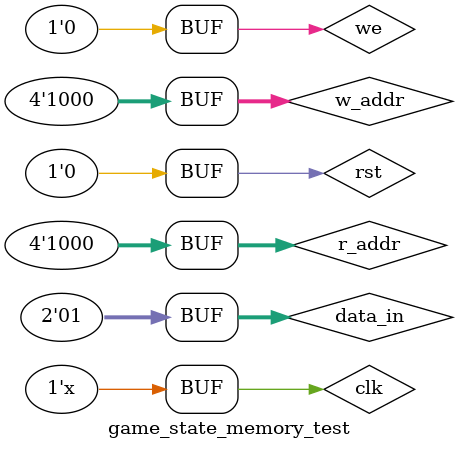
<source format=sv>
module game_state_memory_test();

logic clk, rst, we;
logic[3:0] r_addr, w_addr;
logic[1:0] data_in, data_out;

game_state_memory DUT (clk, rst, we, r_addr, w_addr, data_in, data_out);

initial begin
	clk = 0; rst = 0; we = 0; w_addr = 'd0; r_addr = 'd0;
	#20 rst = 1;
	#20 rst = 0;
	#10 w_addr = 'd0;
	#10 data_in = 'b10; we = 1;
	#10 w_addr = 'd1;
	#10 data_in = 'b11;
	#10 w_addr = 'd2;
	#10 data_in = 'b01;
	#10 w_addr = 'd3;
	#10 data_in = 'b10;
	#10 w_addr = 'd4;
	#10 data_in = 'b01;
	#10 w_addr = 'd5;
	#10 data_in = 'b10;
	#10 w_addr = 'd6;
	#10 data_in = 'b01;
	#10 w_addr = 'd7;
	#10 data_in = 'b10;
	#10 w_addr = 'd8;
	#10 data_in = 'b01;
	#10 we = 0;
	#20 r_addr = 'd0;
	#20 r_addr = 'd1;
	#20 r_addr = 'd2;
	#20 r_addr = 'd3;
	#20 r_addr = 'd4;
	#20 r_addr = 'd5;
	#20 r_addr = 'd6;
	#20 r_addr = 'd7;
	#20 r_addr = 'd8;
	#20 rst = 1;
	#20 rst = 0;
	#20 r_addr = 'd0;
	#20 r_addr = 'd1;
	#20 r_addr = 'd2;
	#20 r_addr = 'd3;
	#20 r_addr = 'd4;
	#20 r_addr = 'd5;
	#20 r_addr = 'd6;
	#20 r_addr = 'd7;
	#20 r_addr = 'd8;
end

always
	#10 clk <= !clk;
	
endmodule
  
</source>
